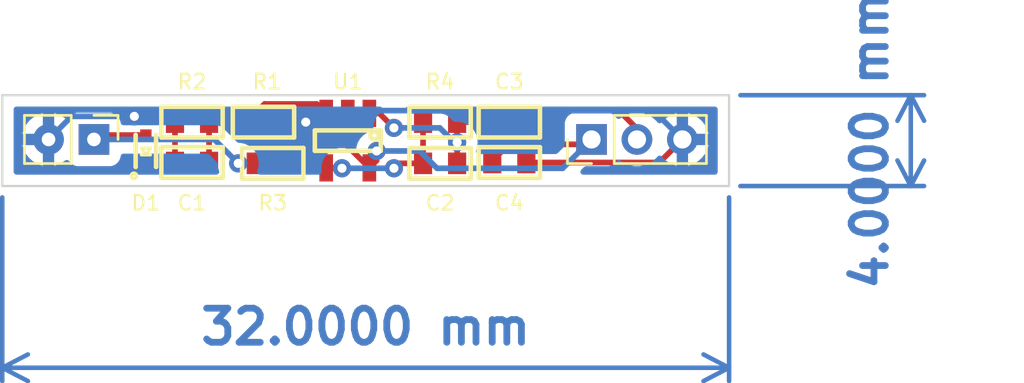
<source format=kicad_pcb>
(kicad_pcb (version 20221018) (generator pcbnew)
  (title_block (title "Piezo-pickup impedance converter") (date "2023-11-08") (company "Thiadmer Riemersma"))
  (layers (0 "F.Cu" signal) (31 "B.Cu" signal) (34 "B.Paste" user) (35 "F.Paste" user) (36 "B.SilkS" user "B.Silkscreen") (37 "F.SilkS" user "F.Silkscreen") (38 "B.Mask" user) (39 "F.Mask" user) (44 "Edge.Cuts" user))
  (net 0 "")
  (net 1 "GND")
  (net 2 "Net-(U1-+)")
  (net 3 "Net-(C2-Pad2)")
  (net 4 "Net-(U1--)")
  (net 5 "Net-(J2-Pin_2)")
  (net 6 "Net-(D1-A2)")
  (net 7 "+9V")
  (footprint "VisualPlace:0603" (layer "F.Cu") (at 115.824 91.186)
    (fp_text reference "C3" (at 0 -1.778) (layer "F.SilkS") (effects (font (size 0.65 0.65) (thickness 0.0975))))
    (fp_text value "1u" hide)
    (fp_line (start -1.35 -0.675) (end 1.35 -0.675) (stroke (width 0.2)) (layer "F.SilkS"))
    (fp_line (start -1.35 0.675) (end -1.35 -0.675) (stroke (width 0.2)) (layer "F.SilkS"))
    (fp_line (start 1.35 -0.675) (end 1.35 0.675) (stroke (width 0.2)) (layer "F.SilkS"))
    (fp_line (start 1.35 0.675) (end -1.35 0.675) (stroke (width 0.2)) (layer "F.SilkS"))
    (pad "1" smd rect (at -0.75 0) (size 0.8 0.95) (layers "F.Cu" "F.Paste" "F.Mask") (net 3 "Net-(C2-Pad2)"))
    (pad "2" smd rect (at 0.75 0) (size 0.8 0.95) (layers "F.Cu" "F.Paste" "F.Mask") (net 5 "Net-(J2-Pin_2)"))
  )
  (footprint "VisualPlace:0603" (layer "F.Cu") (at 112.776 91.186)
    (fp_text reference "R4" (at 0 -1.778) (layer "F.SilkS") (effects (font (size 0.65 0.65) (thickness 0.0975))))
    (fp_text value "820k" hide)
    (fp_line (start -1.35 -0.675) (end 1.35 -0.675) (stroke (width 0.2)) (layer "F.SilkS"))
    (fp_line (start -1.35 0.675) (end -1.35 -0.675) (stroke (width 0.2)) (layer "F.SilkS"))
    (fp_line (start 1.35 -0.675) (end 1.35 0.675) (stroke (width 0.2)) (layer "F.SilkS"))
    (fp_line (start 1.35 0.675) (end -1.35 0.675) (stroke (width 0.2)) (layer "F.SilkS"))
    (pad "1" smd rect (at -0.75 0) (size 0.8 0.95) (layers "F.Cu" "F.Paste" "F.Mask") (net 4 "Net-(U1--)"))
    (pad "2" smd rect (at 0.75 0) (size 0.8 0.95) (layers "F.Cu" "F.Paste" "F.Mask") (net 3 "Net-(C2-Pad2)"))
  )
  (footprint "VisualPlace:0603" (layer "F.Cu") (at 101.854 92.964 180)
    (fp_text reference "C1" (at 0 -1.778) (layer "F.SilkS") (effects (font (size 0.65 0.65) (thickness 0.0975))))
    (fp_text value "1u" hide)
    (fp_line (start -1.35 -0.675) (end 1.35 -0.675) (stroke (width 0.2)) (layer "F.SilkS"))
    (fp_line (start -1.35 0.675) (end -1.35 -0.675) (stroke (width 0.2)) (layer "F.SilkS"))
    (fp_line (start 1.35 -0.675) (end 1.35 0.675) (stroke (width 0.2)) (layer "F.SilkS"))
    (fp_line (start 1.35 0.675) (end -1.35 0.675) (stroke (width 0.2)) (layer "F.SilkS"))
    (pad "1" smd rect (at -0.75 0 180) (size 0.8 0.95) (layers "F.Cu" "F.Paste" "F.Mask") (net 2 "Net-(U1-+)"))
    (pad "2" smd rect (at 0.75 0 180) (size 0.8 0.95) (layers "F.Cu" "F.Paste" "F.Mask") (net 1 "GND"))
  )
  (footprint "Connector_PinHeader_2.00mm:PinHeader_1x02_P2.00mm_Vertical" (layer "F.Cu") (at 97.536 91.948 -90)
    (fp_text reference "J1" hide)
    (fp_text value "piezo" hide)
    (fp_line (start -1.06 -1.06) (end 0 -1.06) (stroke (width 0.12)) (layer "F.SilkS"))
    (fp_line (start -1.06 0) (end -1.06 -1.06) (stroke (width 0.12)) (layer "F.SilkS"))
    (fp_line (start -1.06 1) (end -1.06 3.06) (stroke (width 0.12)) (layer "F.SilkS"))
    (fp_line (start -1.06 1) (end 1.06 1) (stroke (width 0.12)) (layer "F.SilkS"))
    (fp_line (start -1.06 3.06) (end 1.06 3.06) (stroke (width 0.12)) (layer "F.SilkS"))
    (fp_line (start 1.06 1) (end 1.06 3.06) (stroke (width 0.12)) (layer "F.SilkS"))
    (pad "1" thru_hole rect (at 0 0 270) (size 1.35 1.35) (drill 0.6) (layers "*.Cu" "*.Mask") (net 6 "Net-(D1-A2)"))
    (pad "2" thru_hole oval (at 0 2 270) (size 1.35 1.35) (drill 0.6) (layers "*.Cu" "*.Mask") (net 1 "GND"))
  )
  (footprint "VisualPlace:SOT23-5" (layer "F.Cu") (at 108.712 92 -90)
    (fp_text reference "U1" (at -2.592 0 -180) (layer "F.SilkS") (effects (font (size 0.65 0.65) (thickness 0.0975))))
    (fp_text value "OPA1677" hide)
    (fp_line (start -0.45 -1.45) (end 0.45 -1.45) (stroke (width 0.2)) (layer "F.SilkS"))
    (fp_line (start -0.45 1.45) (end -0.45 -1.45) (stroke (width 0.2)) (layer "F.SilkS"))
    (fp_line (start 0.45 -1.45) (end 0.45 1.45) (stroke (width 0.2)) (layer "F.SilkS"))
    (fp_line (start 0.45 1.45) (end -0.45 1.45) (stroke (width 0.2)) (layer "F.SilkS"))
    (fp_circle (center -0.225 -1.175) (end -0.3 -1.15) (stroke (width 0.2)) (fill none) (layer "F.SilkS"))
    (pad "1" smd rect (at -1.2 -0.95 270) (size 1.2 0.6) (layers "F.Cu" "F.Paste" "F.Mask") (net 3 "Net-(C2-Pad2)"))
    (pad "2" smd rect (at -1.2 0 270) (size 1.2 0.6) (layers "F.Cu" "F.Paste" "F.Mask") (net 1 "GND"))
    (pad "3" smd rect (at -1.2 0.95 270) (size 1.2 0.6) (layers "F.Cu" "F.Paste" "F.Mask") (net 2 "Net-(U1-+)"))
    (pad "4" smd rect (at 1.2 0.95 270) (size 1.2 0.6) (layers "F.Cu" "F.Paste" "F.Mask") (net 4 "Net-(U1--)"))
    (pad "5" smd rect (at 1.2 -0.95 270) (size 1.2 0.6) (layers "F.Cu" "F.Paste" "F.Mask") (net 7 "+9V"))
  )
  (footprint "VisualPlace:0603" (layer "F.Cu") (at 105 91.186 180)
    (fp_text reference "R1" (at -0.156 1.778) (layer "F.SilkS") (effects (font (size 0.65 0.65) (thickness 0.0975))))
    (fp_text value "22k" hide)
    (fp_line (start -1.35 -0.675) (end 1.35 -0.675) (stroke (width 0.2)) (layer "F.SilkS"))
    (fp_line (start -1.35 0.675) (end -1.35 -0.675) (stroke (width 0.2)) (layer "F.SilkS"))
    (fp_line (start 1.35 -0.675) (end 1.35 0.675) (stroke (width 0.2)) (layer "F.SilkS"))
    (fp_line (start 1.35 0.675) (end -1.35 0.675) (stroke (width 0.2)) (layer "F.SilkS"))
    (pad "1" smd rect (at -0.75 0 180) (size 0.8 0.95) (layers "F.Cu" "F.Paste" "F.Mask") (net 7 "+9V"))
    (pad "2" smd rect (at 0.75 0 180) (size 0.8 0.95) (layers "F.Cu" "F.Paste" "F.Mask") (net 2 "Net-(U1-+)"))
  )
  (footprint "VisualPlace:0603" (layer "F.Cu") (at 105.41 93)
    (fp_text reference "R3" (at 0 1.742) (layer "F.SilkS") (effects (font (size 0.65 0.65) (thickness 0.0975))))
    (fp_text value "820k" hide)
    (fp_line (start -1.35 -0.675) (end 1.35 -0.675) (stroke (width 0.2)) (layer "F.SilkS"))
    (fp_line (start -1.35 0.675) (end -1.35 -0.675) (stroke (width 0.2)) (layer "F.SilkS"))
    (fp_line (start 1.35 -0.675) (end 1.35 0.675) (stroke (width 0.2)) (layer "F.SilkS"))
    (fp_line (start 1.35 0.675) (end -1.35 0.675) (stroke (width 0.2)) (layer "F.SilkS"))
    (pad "1" smd rect (at -0.75 0) (size 0.8 0.95) (layers "F.Cu" "F.Paste" "F.Mask") (net 6 "Net-(D1-A2)"))
    (pad "2" smd rect (at 0.75 0) (size 0.8 0.95) (layers "F.Cu" "F.Paste" "F.Mask") (net 4 "Net-(U1--)"))
  )
  (footprint "Connector_PinHeader_2.00mm:PinHeader_1x03_P2.00mm_Vertical" (layer "F.Cu") (at 119.444 91.948 90)
    (fp_text reference "J2" hide)
    (fp_text value "output" hide)
    (fp_line (start -1.06 -1.06) (end 0 -1.06) (stroke (width 0.12)) (layer "F.SilkS"))
    (fp_line (start -1.06 0) (end -1.06 -1.06) (stroke (width 0.12)) (layer "F.SilkS"))
    (fp_line (start -1.06 1) (end -1.06 5.06) (stroke (width 0.12)) (layer "F.SilkS"))
    (fp_line (start -1.06 1) (end 1.06 1) (stroke (width 0.12)) (layer "F.SilkS"))
    (fp_line (start -1.06 5.06) (end 1.06 5.06) (stroke (width 0.12)) (layer "F.SilkS"))
    (fp_line (start 1.06 1) (end 1.06 5.06) (stroke (width 0.12)) (layer "F.SilkS"))
    (pad "1" thru_hole rect (at 0 0 90) (size 1.35 1.35) (drill 0.8) (layers "*.Cu" "*.Mask") (net 7 "+9V"))
    (pad "2" thru_hole oval (at 0 2 90) (size 1.35 1.35) (drill 0.8) (layers "*.Cu" "*.Mask") (net 5 "Net-(J2-Pin_2)"))
    (pad "3" thru_hole oval (at 0 4 90) (size 1.35 1.35) (drill 0.8) (layers "*.Cu" "*.Mask") (net 1 "GND"))
  )
  (footprint "VisualPlace:SOD523" (layer "F.Cu") (at 99.822 92.456 90)
    (fp_text reference "D1" (at -2.286 0 180) (layer "F.SilkS") (effects (font (size 0.65 0.65) (thickness 0.0975))))
    (fp_text value "TVS 6V" hide)
    (fp_line (start -0.7 -0.45) (end -0.7 -0.45) (stroke (width 0.2)) (layer "F.SilkS"))
    (fp_line (start -0.7 -0.45) (end 0.7 -0.45) (stroke (width 0.2)) (layer "F.SilkS"))
    (fp_line (start -0.7 0.45) (end -0.7 0.45) (stroke (width 0.2)) (layer "F.SilkS"))
    (fp_line (start -0.7 0.45) (end 0.7 0.45) (stroke (width 0.2)) (layer "F.SilkS"))
    (fp_line (start -0.4 -0.45) (end -0.4 -0.45) (stroke (width 0.2)) (layer "F.SilkS"))
    (fp_line (start -0.4 0.45) (end -0.4 0.45) (stroke (width 0.2)) (layer "F.SilkS"))
    (fp_line (start -0.1732 -0.2) (end -0.1732 0.2) (stroke (width 0.14)) (layer "F.SilkS"))
    (fp_line (start -0.1732 0) (end 0.1299 -0.2) (stroke (width 0.14)) (layer "F.SilkS"))
    (fp_line (start 0.1299 -0.2) (end 0.1299 0.2) (stroke (width 0.14)) (layer "F.SilkS"))
    (fp_line (start 0.1299 0.2) (end -0.1732 0) (stroke (width 0.14)) (layer "F.SilkS"))
    (fp_line (start 0.7 -0.45) (end 0.7 -0.45) (stroke (width 0.2)) (layer "F.SilkS"))
    (fp_line (start 0.7 0.45) (end 0.7 0.45) (stroke (width 0.2)) (layer "F.SilkS"))
    (fp_circle (center -1.1 -0.525) (end -0.975 -0.525) (stroke (width 0.15)) (fill none) (layer "F.SilkS"))
    (pad "1" smd rect (at -0.7 0 90) (size 0.5 0.5) (layers "F.Cu" "F.Paste" "F.Mask") (net 1 "GND"))
    (pad "2" smd rect (at 0.7 0 90) (size 0.5 0.5) (layers "F.Cu" "F.Paste" "F.Mask") (net 6 "Net-(D1-A2)"))
  )
  (footprint "VisualPlace:0603" (layer "F.Cu") (at 101.854 91.186 180)
    (fp_text reference "R2" (at 0 1.778) (layer "F.SilkS") (effects (font (size 0.65 0.65) (thickness 0.0975))))
    (fp_text value "22k" hide)
    (fp_line (start -1.35 -0.675) (end 1.35 -0.675) (stroke (width 0.2)) (layer "F.SilkS"))
    (fp_line (start -1.35 0.675) (end -1.35 -0.675) (stroke (width 0.2)) (layer "F.SilkS"))
    (fp_line (start 1.35 -0.675) (end 1.35 0.675) (stroke (width 0.2)) (layer "F.SilkS"))
    (fp_line (start 1.35 0.675) (end -1.35 0.675) (stroke (width 0.2)) (layer "F.SilkS"))
    (pad "1" smd rect (at -0.75 0 180) (size 0.8 0.95) (layers "F.Cu" "F.Paste" "F.Mask") (net 2 "Net-(U1-+)"))
    (pad "2" smd rect (at 0.75 0 180) (size 0.8 0.95) (layers "F.Cu" "F.Paste" "F.Mask") (net 1 "GND"))
  )
  (footprint "VisualPlace:0603" (layer "F.Cu") (at 115.824 92.964)
    (fp_text reference "C4" (at 0 1.778) (layer "F.SilkS") (effects (font (size 0.65 0.65) (thickness 0.0975))))
    (fp_text value "1u" hide)
    (fp_line (start -1.35 -0.675) (end 1.35 -0.675) (stroke (width 0.2)) (layer "F.SilkS"))
    (fp_line (start -1.35 0.675) (end -1.35 -0.675) (stroke (width 0.2)) (layer "F.SilkS"))
    (fp_line (start 1.35 -0.675) (end 1.35 0.675) (stroke (width 0.2)) (layer "F.SilkS"))
    (fp_line (start 1.35 0.675) (end -1.35 0.675) (stroke (width 0.2)) (layer "F.SilkS"))
    (pad "1" smd rect (at -0.75 0) (size 0.8 0.95) (layers "F.Cu" "F.Paste" "F.Mask") (net 7 "+9V"))
    (pad "2" smd rect (at 0.75 0) (size 0.8 0.95) (layers "F.Cu" "F.Paste" "F.Mask") (net 1 "GND"))
  )
  (footprint "VisualPlace:0603" (layer "F.Cu") (at 112.776 93)
    (fp_text reference "C2" (at 0 1.742) (layer "F.SilkS") (effects (font (size 0.65 0.65) (thickness 0.0975))))
    (fp_text value "10p" hide)
    (fp_line (start -1.35 -0.675) (end 1.35 -0.675) (stroke (width 0.2)) (layer "F.SilkS"))
    (fp_line (start -1.35 0.675) (end -1.35 -0.675) (stroke (width 0.2)) (layer "F.SilkS"))
    (fp_line (start 1.35 -0.675) (end 1.35 0.675) (stroke (width 0.2)) (layer "F.SilkS"))
    (fp_line (start 1.35 0.675) (end -1.35 0.675) (stroke (width 0.2)) (layer "F.SilkS"))
    (pad "1" smd rect (at -0.75 0) (size 0.8 0.95) (layers "F.Cu" "F.Paste" "F.Mask") (net 4 "Net-(U1--)"))
    (pad "2" smd rect (at 0.75 0) (size 0.8 0.95) (layers "F.Cu" "F.Paste" "F.Mask") (net 3 "Net-(C2-Pad2)"))
  )
  (gr_line (start 93.5 90) (end 125.5 90) (stroke (width 0.1)) (layer "Edge.Cuts"))
  (gr_line (start 93.5 94) (end 93.5 90) (stroke (width 0.1)) (layer "Edge.Cuts"))
  (gr_line (start 125.5 94) (end 93.5 94) (stroke (width 0.1)) (layer "Edge.Cuts"))
  (gr_line (start 125.5 90) (end 125.5 94) (stroke (width 0.1)) (layer "Edge.Cuts"))
  (dimension (type aligned) (layer "B.Cu") (pts (xy 93.5 94) (xy 125.5 94)) (height 8) (gr_text "32.0000 mm" (at 109.5 100.2) (layer "B.Cu") (effects (font (size 1.5 1.5) (thickness 0.3)))) (format (prefix "") (suffix "") (units 3) (units_format 1) (precision 4)) (style (thickness 0.2) (arrow_length 1.27) (text_position_mode 0) (extension_height 0.58642) (extension_offset 0.5) keep_text_aligned))
  (dimension (type aligned) (layer "B.Cu") (pts (xy 125.5 90) (xy 125.5 94)) (height -8) (gr_text "4.0000 mm" (at 131.7 92 90) (layer "B.Cu") (effects (font (size 1.5 1.5) (thickness 0.3)))) (format (prefix "") (suffix "") (units 3) (units_format 1) (precision 4)) (style (thickness 0.2) (arrow_length 1.27) (text_position_mode 0) (extension_height 0.58642) (extension_offset 0.5) keep_text_aligned))
  (segment (start 100.912 93.156) (end 101.104 92.964) (width 0.25) (layer "F.Cu") (net 1))
  (segment (start 107.188 91.725) (end 106.862498 91.399498) (width 0.25) (layer "F.Cu") (net 1))
  (segment (start 101.104 91.186) (end 100.85 90.932) (width 0.25) (layer "F.Cu") (net 1))
  (segment (start 106.862498 91.399498) (end 106.862498 91.186) (width 0.25) (layer "F.Cu") (net 1))
  (segment (start 99.822 93.156) (end 100.912 93.156) (width 0.25) (layer "F.Cu") (net 1))
  (segment (start 101.104 91.186) (end 101.104 92.964) (width 0.25) (layer "F.Cu") (net 1))
  (segment (start 122.428 92.964) (end 123.444 91.948) (width 0.25) (layer "F.Cu") (net 1))
  (segment (start 108.427 91.725) (end 107.188 91.725) (width 0.25) (layer "F.Cu") (net 1))
  (segment (start 108.712 91.44) (end 108.458 91.694) (width 0.25) (layer "F.Cu") (net 1))
  (segment (start 116.574 92.964) (end 122.428 92.964) (width 0.25) (layer "F.Cu") (net 1))
  (segment (start 108.458 91.694) (end 108.427 91.725) (width 0.25) (layer "F.Cu") (net 1))
  (segment (start 108.712 90.8) (end 108.712 91.44) (width 0.25) (layer "F.Cu") (net 1))
  (segment (start 100.85 90.932) (end 99.314 90.932) (width 0.25) (layer "F.Cu") (net 1))
  (via (at 99.314 90.932) (size 0.8) (drill 0.4) (layers "F.Cu" "B.Cu") (net 1))
  (via (at 106.862498 91.186) (size 0.8) (drill 0.4) (layers "F.Cu" "B.Cu") (net 1))
  (segment (start 107.370498 90.678) (end 106.862498 91.186) (width 0.25) (layer "B.Cu") (net 1))
  (segment (start 106.862498 91.186) (end 99.568 91.186) (width 0.25) (layer "B.Cu") (net 1))
  (segment (start 99.568 91.186) (end 99.314 90.932) (width 0.25) (layer "B.Cu") (net 1))
  (segment (start 123.444 91.948) (end 122.174 90.678) (width 0.25) (layer "B.Cu") (net 1))
  (segment (start 122.174 90.678) (end 107.370498 90.678) (width 0.25) (layer "B.Cu") (net 1))
  (segment (start 95.536 91.948) (end 96.552 90.932) (width 0.25) (layer "B.Cu") (net 1))
  (segment (start 96.552 90.932) (end 99.314 90.932) (width 0.25) (layer "B.Cu") (net 1))
  (segment (start 102.604 91.186) (end 102.604 92.964) (width 0.25) (layer "F.Cu") (net 2))
  (segment (start 107.762 90.8) (end 107.348 90.386) (width 0.25) (layer "F.Cu") (net 2))
  (segment (start 105.05 90.386) (end 104.25 91.186) (width 0.25) (layer "F.Cu") (net 2))
  (segment (start 107.348 90.386) (end 105.05 90.386) (width 0.25) (layer "F.Cu") (net 2))
  (segment (start 104.25 91.186) (end 102.604 91.186) (width 0.25) (layer "F.Cu") (net 2))
  (segment (start 110.104 90.8) (end 110.744 91.44) (width 0.25) (layer "F.Cu") (net 3))
  (segment (start 113.526 91.186) (end 115.074 91.186) (width 0.25) (layer "F.Cu") (net 3))
  (segment (start 109.662 90.8) (end 110.104 90.8) (width 0.25) (layer "F.Cu") (net 3))
  (segment (start 113.526 91.186) (end 113.526 93) (width 0.25) (layer "F.Cu") (net 3))
  (via (at 110.744 91.44) (size 0.8) (drill 0.4) (layers "F.Cu" "B.Cu") (net 3))
  (via (at 113.526 92.075) (size 0.8) (drill 0.4) (layers "F.Cu" "B.Cu") (net 3))
  (segment (start 112.763992 91.44) (end 113.526 92.202008) (width 0.25) (layer "B.Cu") (net 3))
  (segment (start 110.744 91.44) (end 112.763992 91.44) (width 0.25) (layer "B.Cu") (net 3))
  (segment (start 107.762 93.2) (end 108.44 93.2) (width 0.25) (layer "F.Cu") (net 4))
  (segment (start 106.36 93.2) (end 106.16 93) (width 0.25) (layer "F.Cu") (net 4))
  (segment (start 112.026 93) (end 110.962 93) (width 0.25) (layer "F.Cu") (net 4))
  (segment (start 112.026 91.186) (end 112.026 93) (width 0.25) (layer "F.Cu") (net 4))
  (segment (start 107.762 93.2) (end 106.36 93.2) (width 0.25) (layer "F.Cu") (net 4))
  (segment (start 108.44 93.2) (end 108.458 93.218) (width 0.25) (layer "F.Cu") (net 4))
  (segment (start 110.962 93) (end 110.744 93.218) (width 0.25) (layer "F.Cu") (net 4))
  (via (at 108.458 93.218) (size 0.8) (drill 0.4) (layers "F.Cu" "B.Cu") (net 4))
  (via (at 110.744 93.218) (size 0.8) (drill 0.4) (layers "F.Cu" "B.Cu") (net 4))
  (segment (start 108.458 93.218) (end 110.744 93.218) (width 0.25) (layer "B.Cu") (net 4))
  (segment (start 117.082 90.678) (end 116.574 91.186) (width 0.25) (layer "F.Cu") (net 5))
  (segment (start 121.444 91.948) (end 121.444 91.472) (width 0.25) (layer "F.Cu") (net 5))
  (segment (start 121.444 91.472) (end 120.65 90.678) (width 0.25) (layer "F.Cu") (net 5))
  (segment (start 120.65 90.678) (end 117.082 90.678) (width 0.25) (layer "F.Cu") (net 5))
  (segment (start 97.728 91.756) (end 97.536 91.948) (width 0.25) (layer "F.Cu") (net 6))
  (segment (start 104.66 93) (end 103.886 93) (width 0.25) (layer "F.Cu") (net 6))
  (segment (start 99.822 91.756) (end 97.728 91.756) (width 0.25) (layer "F.Cu") (net 6))
  (via (at 103.886 93) (size 0.8) (drill 0.4) (layers "F.Cu" "B.Cu") (net 6))
  (segment (start 97.536 91.948) (end 102.834 91.948) (width 0.25) (layer "B.Cu") (net 6))
  (segment (start 102.834 91.948) (end 103.886 93) (width 0.25) (layer "B.Cu") (net 6))
  (segment (start 109.662 93.2) (end 109.982 92.88) (width 0.25) (layer "F.Cu") (net 7))
  (segment (start 109.982 92.88) (end 109.982 92.456) (width 0.25) (layer "F.Cu") (net 7))
  (segment (start 108.664 92.202) (end 106.766 92.202) (width 0.25) (layer "F.Cu") (net 7))
  (segment (start 119.228 92.164) (end 119.444 91.948) (width 0.25) (layer "F.Cu") (net 7))
  (segment (start 109.662 93.2) (end 108.664 92.202) (width 0.25) (layer "F.Cu") (net 7))
  (segment (start 106.766 92.202) (end 105.75 91.186) (width 0.25) (layer "F.Cu") (net 7))
  (segment (start 115.799 92.164) (end 119.228 92.164) (width 0.25) (layer "F.Cu") (net 7))
  (segment (start 115.074 92.964) (end 115.074 92.889) (width 0.25) (layer "F.Cu") (net 7))
  (segment (start 115.074 92.889) (end 115.799 92.164) (width 0.25) (layer "F.Cu") (net 7))
  (via (at 109.982 92.456) (size 0.8) (drill 0.4) (layers "F.Cu" "B.Cu") (net 7))
  (segment (start 119.444 91.948) (end 118.174 93.218) (width 0.25) (layer "B.Cu") (net 7))
  (segment (start 118.174 93.218) (end 115.57 93.218) (width 0.25) (layer "B.Cu") (net 7))
  (segment (start 115.57 93.218) (end 112.639234 93.218) (width 0.25) (layer "B.Cu") (net 7))
  (segment (start 111.877234 92.456) (end 109.982 92.456) (width 0.25) (layer "B.Cu") (net 7))
  (segment (start 112.639234 93.218) (end 111.877234 92.456) (width 0.25) (layer "B.Cu") (net 7))
  (zone (net 1) (net_name "GND") (layer "B.Cu") (connect_pads (clearance 0.5)) (min_thickness 0.25) (fill yes (thermal_gap 0.5) (thermal_bridge_width 0.5))
    (polygon (pts (xy 94 90.5) (xy 94 93.5) (xy 125 93.5) (xy 125 90.5)))
  )
)
</source>
